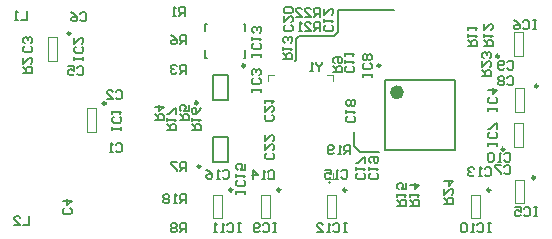
<source format=gbo>
%FSLAX44Y44*%
%MOMM*%
G71*
G01*
G75*
G04 Layer_Color=32896*
%ADD10R,0.6200X0.5700*%
%ADD11R,0.7620X0.7620*%
%ADD12R,2.7940X0.7366*%
%ADD13R,1.3000X0.4500*%
%ADD14R,0.3000X0.3000*%
%ADD15R,0.7620X0.7620*%
%ADD16R,0.5000X0.2000*%
%ADD17C,0.1500*%
%ADD18C,0.2540*%
%ADD19C,0.2000*%
%ADD20C,0.1524*%
%ADD21R,1.8000X1.8000*%
%ADD22C,1.8000*%
%ADD23R,1.8000X1.8000*%
%ADD24C,1.8000*%
%ADD25C,0.8000*%
%ADD26O,1.8000X1.1500*%
%ADD27O,2.0000X1.4500*%
%ADD28C,0.6100*%
%ADD29C,0.6000*%
%ADD30C,3.3000*%
%ADD31R,0.5700X0.6200*%
%ADD32R,1.4000X2.2000*%
%ADD33R,0.9700X0.9600*%
%ADD34R,0.8500X0.3500*%
%ADD35O,1.7500X0.3500*%
%ADD36O,0.3500X1.7500*%
%ADD37R,1.2500X0.3000*%
%ADD38O,0.3000X0.8000*%
%ADD39O,0.8000X0.3000*%
%ADD40R,1.5000X1.0000*%
%ADD41R,0.5500X0.6000*%
%ADD42R,0.9500X0.9500*%
%ADD43R,0.6000X0.5500*%
%ADD44R,0.9500X0.9500*%
%ADD45C,0.2032*%
%ADD46C,0.4000*%
%ADD47C,0.2286*%
%ADD48C,0.1778*%
%ADD49R,0.8232X0.7732*%
%ADD50R,0.9652X0.9652*%
%ADD51R,2.8956X0.8382*%
%ADD52R,1.5032X0.6532*%
%ADD53R,0.5032X0.5032*%
%ADD54R,0.9652X0.9652*%
%ADD55R,0.7032X0.4032*%
%ADD56R,2.0032X2.0032*%
%ADD57C,2.0032*%
%ADD58R,2.0032X2.0032*%
%ADD59C,2.0032*%
%ADD60C,0.2032*%
%ADD61C,1.0032*%
%ADD62O,2.0032X1.3532*%
%ADD63O,2.2032X1.6532*%
%ADD64C,0.0100*%
%ADD65R,0.7732X0.8232*%
%ADD66R,1.6032X2.4032*%
%ADD67R,1.1732X1.1632*%
%ADD68R,1.0532X0.5532*%
%ADD69O,1.9532X0.5532*%
%ADD70O,0.5532X1.9532*%
%ADD71R,1.4532X0.5032*%
%ADD72O,0.5032X1.0032*%
%ADD73O,1.0032X0.5032*%
%ADD74R,1.7032X1.2032*%
%ADD75R,0.7532X0.8032*%
%ADD76R,1.1532X1.1532*%
%ADD77R,0.8032X0.7532*%
%ADD78R,1.1532X1.1532*%
%ADD79C,3.5032*%
%ADD80C,0.1000*%
%ADD81C,0.2500*%
%ADD82C,0.6000*%
D19*
X1679250Y1160000D02*
Y1219000D01*
X1620250Y1160000D02*
Y1219000D01*
Y1160000D02*
X1679250D01*
X1620250Y1219000D02*
X1679250D01*
X1474650Y1223250D02*
X1487350D01*
X1474650Y1202250D02*
X1487350D01*
Y1223250D01*
X1474650Y1202250D02*
Y1223250D01*
Y1170750D02*
X1487350D01*
X1474650Y1149750D02*
X1487350D01*
Y1170750D01*
X1474650Y1149750D02*
Y1170750D01*
X1500500Y1238000D02*
X1502000D01*
Y1244500D01*
Y1260500D02*
Y1267000D01*
X1500500D02*
X1502000D01*
X1468000D02*
X1469500D01*
X1468000Y1260500D02*
Y1267000D01*
Y1238000D02*
X1469500D01*
X1468000D02*
Y1244500D01*
D48*
X1580250Y1259750D02*
Y1278750D01*
X1577000Y1256500D02*
X1580250Y1259750D01*
X1547750Y1256500D02*
X1577000D01*
X1547750Y1256500D02*
Y1256500D01*
X1547500D02*
X1547750D01*
X1545125Y1254125D02*
X1547500Y1256500D01*
X1580250Y1278750D02*
X1620000D01*
X1628000D01*
X1545125Y1236701D02*
Y1254125D01*
X1543645Y1235222D02*
X1545125Y1236701D01*
X1599178Y1158072D02*
X1614896D01*
X1593750Y1163500D02*
X1599178Y1158072D01*
X1593750Y1163500D02*
Y1175250D01*
X1670500Y1114750D02*
X1678118D01*
Y1118559D01*
X1676848Y1119828D01*
X1674309D01*
X1673039Y1118559D01*
Y1114750D01*
Y1117289D02*
X1670500Y1119828D01*
Y1127446D02*
Y1122367D01*
X1675578Y1127446D01*
X1676848D01*
X1678118Y1126176D01*
Y1123637D01*
X1676848Y1122367D01*
X1670500Y1133794D02*
X1678118D01*
X1674309Y1129985D01*
Y1135063D01*
X1702500Y1222750D02*
X1710117D01*
Y1226559D01*
X1708848Y1227828D01*
X1706309D01*
X1705039Y1226559D01*
Y1222750D01*
Y1225289D02*
X1702500Y1227828D01*
Y1235446D02*
Y1230368D01*
X1707578Y1235446D01*
X1708848D01*
X1710117Y1234176D01*
Y1231637D01*
X1708848Y1230368D01*
Y1237985D02*
X1710117Y1239255D01*
Y1241794D01*
X1708848Y1243063D01*
X1707578D01*
X1706309Y1241794D01*
Y1240524D01*
Y1241794D01*
X1705039Y1243063D01*
X1703770D01*
X1702500Y1241794D01*
Y1239255D01*
X1703770Y1237985D01*
X1590750Y1156500D02*
Y1164118D01*
X1586941D01*
X1585672Y1162848D01*
Y1160309D01*
X1586941Y1159039D01*
X1590750D01*
X1588211D02*
X1585672Y1156500D01*
X1583132D02*
X1580593D01*
X1581863D01*
Y1164118D01*
X1583132Y1162848D01*
X1576785Y1157770D02*
X1575515Y1156500D01*
X1572976D01*
X1571706Y1157770D01*
Y1162848D01*
X1572976Y1164118D01*
X1575515D01*
X1576785Y1162848D01*
Y1161578D01*
X1575515Y1160309D01*
X1571706D01*
X1525098Y1157328D02*
X1526367Y1156059D01*
Y1153520D01*
X1525098Y1152250D01*
X1520020D01*
X1518750Y1153520D01*
Y1156059D01*
X1520020Y1157328D01*
X1518750Y1164946D02*
Y1159867D01*
X1523828Y1164946D01*
X1525098D01*
X1526367Y1163676D01*
Y1161137D01*
X1525098Y1159867D01*
X1518750Y1172563D02*
Y1167485D01*
X1523828Y1172563D01*
X1525098D01*
X1526367Y1171294D01*
Y1168755D01*
X1525098Y1167485D01*
X1524848Y1190078D02*
X1526118Y1188809D01*
Y1186270D01*
X1524848Y1185000D01*
X1519770D01*
X1518500Y1186270D01*
Y1188809D01*
X1519770Y1190078D01*
X1518500Y1197696D02*
Y1192617D01*
X1523578Y1197696D01*
X1524848D01*
X1526118Y1196426D01*
Y1193887D01*
X1524848Y1192617D01*
X1518500Y1200235D02*
Y1202774D01*
Y1201505D01*
X1526118D01*
X1524848Y1200235D01*
X1715117Y1193250D02*
Y1195789D01*
Y1194520D01*
X1707500D01*
Y1193250D01*
Y1195789D01*
X1713848Y1204676D02*
X1715117Y1203407D01*
Y1200867D01*
X1713848Y1199598D01*
X1708770D01*
X1707500Y1200867D01*
Y1203407D01*
X1708770Y1204676D01*
X1707500Y1211024D02*
X1715117D01*
X1711309Y1207215D01*
Y1212294D01*
X1540848Y1265578D02*
X1542117Y1264309D01*
Y1261770D01*
X1540848Y1260500D01*
X1535770D01*
X1534500Y1261770D01*
Y1264309D01*
X1535770Y1265578D01*
X1534500Y1273196D02*
Y1268118D01*
X1539578Y1273196D01*
X1540848D01*
X1542117Y1271926D01*
Y1269387D01*
X1540848Y1268118D01*
Y1275735D02*
X1542117Y1277005D01*
Y1279544D01*
X1540848Y1280813D01*
X1535770D01*
X1534500Y1279544D01*
Y1277005D01*
X1535770Y1275735D01*
X1540848D01*
X1613098Y1140328D02*
X1614368Y1139059D01*
Y1136520D01*
X1613098Y1135250D01*
X1608020D01*
X1606750Y1136520D01*
Y1139059D01*
X1608020Y1140328D01*
X1606750Y1142868D02*
Y1145407D01*
Y1144137D01*
X1614368D01*
X1613098Y1142868D01*
X1608020Y1149215D02*
X1606750Y1150485D01*
Y1153024D01*
X1608020Y1154294D01*
X1613098D01*
X1614368Y1153024D01*
Y1150485D01*
X1613098Y1149215D01*
X1611828D01*
X1610559Y1150485D01*
Y1154294D01*
X1593598Y1188578D02*
X1594868Y1187309D01*
Y1184770D01*
X1593598Y1183500D01*
X1588520D01*
X1587250Y1184770D01*
Y1187309D01*
X1588520Y1188578D01*
X1587250Y1191117D02*
Y1193657D01*
Y1192387D01*
X1594868D01*
X1593598Y1191117D01*
Y1197466D02*
X1594868Y1198735D01*
Y1201274D01*
X1593598Y1202544D01*
X1592328D01*
X1591059Y1201274D01*
X1589789Y1202544D01*
X1588520D01*
X1587250Y1201274D01*
Y1198735D01*
X1588520Y1197466D01*
X1589789D01*
X1591059Y1198735D01*
X1592328Y1197466D01*
X1593598D01*
X1591059Y1198735D02*
Y1201274D01*
X1602098Y1140328D02*
X1603367Y1139059D01*
Y1136520D01*
X1602098Y1135250D01*
X1597020D01*
X1595750Y1136520D01*
Y1139059D01*
X1597020Y1140328D01*
X1595750Y1142868D02*
Y1145407D01*
Y1144137D01*
X1603367D01*
X1602098Y1142868D01*
X1603367Y1149215D02*
Y1154294D01*
X1602098D01*
X1597020Y1149215D01*
X1595750D01*
X1721172Y1145848D02*
X1722442Y1147117D01*
X1724981D01*
X1726250Y1145848D01*
Y1140770D01*
X1724981Y1139500D01*
X1722442D01*
X1721172Y1140770D01*
X1718633Y1147117D02*
X1713554D01*
Y1145848D01*
X1718633Y1140770D01*
Y1139500D01*
X1362422Y1275598D02*
X1363691Y1276868D01*
X1366230D01*
X1367500Y1275598D01*
Y1270520D01*
X1366230Y1269250D01*
X1363691D01*
X1362422Y1270520D01*
X1354804Y1276868D02*
X1357343Y1275598D01*
X1359883Y1273059D01*
Y1270520D01*
X1358613Y1269250D01*
X1356074D01*
X1354804Y1270520D01*
Y1271789D01*
X1356074Y1273059D01*
X1359883D01*
X1567250Y1234368D02*
Y1233098D01*
X1564711Y1230559D01*
X1562172Y1233098D01*
Y1234368D01*
X1564711Y1230559D02*
Y1226750D01*
X1559633D02*
X1557093D01*
X1558363D01*
Y1234368D01*
X1559633Y1233098D01*
X1630500Y1112750D02*
X1638118D01*
Y1116559D01*
X1636848Y1117828D01*
X1634309D01*
X1633039Y1116559D01*
Y1112750D01*
Y1115289D02*
X1630500Y1117828D01*
Y1120368D02*
Y1122907D01*
Y1121637D01*
X1638118D01*
X1636848Y1120368D01*
X1638118Y1131794D02*
Y1126715D01*
X1634309D01*
X1635578Y1129255D01*
Y1130524D01*
X1634309Y1131794D01*
X1631770D01*
X1630500Y1130524D01*
Y1127985D01*
X1631770Y1126715D01*
X1641500Y1112750D02*
X1649117D01*
Y1116559D01*
X1647848Y1117828D01*
X1645309D01*
X1644039Y1116559D01*
Y1112750D01*
Y1115289D02*
X1641500Y1117828D01*
Y1120368D02*
Y1122907D01*
Y1121637D01*
X1649117D01*
X1647848Y1120368D01*
X1641500Y1130524D02*
X1649117D01*
X1645309Y1126715D01*
Y1131794D01*
X1534250Y1237000D02*
X1541868D01*
Y1240809D01*
X1540598Y1242078D01*
X1538059D01*
X1536789Y1240809D01*
Y1237000D01*
Y1239539D02*
X1534250Y1242078D01*
Y1244617D02*
Y1247157D01*
Y1245887D01*
X1541868D01*
X1540598Y1244617D01*
Y1250965D02*
X1541868Y1252235D01*
Y1254774D01*
X1540598Y1256044D01*
X1539328D01*
X1538059Y1254774D01*
Y1253505D01*
Y1254774D01*
X1536789Y1256044D01*
X1535520D01*
X1534250Y1254774D01*
Y1252235D01*
X1535520Y1250965D01*
X1704000Y1248000D02*
X1711617D01*
Y1251809D01*
X1710348Y1253078D01*
X1707809D01*
X1706539Y1251809D01*
Y1248000D01*
Y1250539D02*
X1704000Y1253078D01*
Y1255618D02*
Y1258157D01*
Y1256887D01*
X1711617D01*
X1710348Y1255618D01*
X1704000Y1267044D02*
Y1261965D01*
X1709078Y1267044D01*
X1710348D01*
X1711617Y1265774D01*
Y1263235D01*
X1710348Y1261965D01*
X1690750Y1248000D02*
X1698367D01*
Y1251809D01*
X1697098Y1253078D01*
X1694559D01*
X1693289Y1251809D01*
Y1248000D01*
Y1250539D02*
X1690750Y1253078D01*
Y1255618D02*
Y1258157D01*
Y1256887D01*
X1698367D01*
X1697098Y1255618D01*
X1690750Y1261965D02*
Y1264505D01*
Y1263235D01*
X1698367D01*
X1697098Y1261965D01*
X1576500Y1226000D02*
X1584117D01*
Y1229809D01*
X1582848Y1231078D01*
X1580309D01*
X1579039Y1229809D01*
Y1226000D01*
Y1228539D02*
X1576500Y1231078D01*
X1577770Y1233617D02*
X1576500Y1234887D01*
Y1237426D01*
X1577770Y1238696D01*
X1582848D01*
X1584117Y1237426D01*
Y1234887D01*
X1582848Y1233617D01*
X1581578D01*
X1580309Y1234887D01*
Y1238696D01*
X1313750Y1225500D02*
X1321367D01*
Y1229309D01*
X1320098Y1230578D01*
X1317559D01*
X1316289Y1229309D01*
Y1225500D01*
Y1228039D02*
X1313750Y1230578D01*
Y1238196D02*
Y1233118D01*
X1318828Y1238196D01*
X1320098D01*
X1321367Y1236926D01*
Y1234387D01*
X1320098Y1233118D01*
X1319000Y1103867D02*
Y1096250D01*
X1313922D01*
X1306304D02*
X1311382D01*
X1306304Y1101328D01*
Y1102598D01*
X1307574Y1103867D01*
X1310113D01*
X1311382Y1102598D01*
X1316750Y1278118D02*
Y1270500D01*
X1311672D01*
X1309133D02*
X1306593D01*
X1307863D01*
Y1278118D01*
X1309133Y1276848D01*
X1587750Y1098118D02*
X1585211D01*
X1586480D01*
Y1090500D01*
X1587750D01*
X1585211D01*
X1576324Y1096848D02*
X1577593Y1098118D01*
X1580132D01*
X1581402Y1096848D01*
Y1091770D01*
X1580132Y1090500D01*
X1577593D01*
X1576324Y1091770D01*
X1573784Y1090500D02*
X1571245D01*
X1572515D01*
Y1098118D01*
X1573784Y1096848D01*
X1562358Y1090500D02*
X1567437D01*
X1562358Y1095578D01*
Y1096848D01*
X1563628Y1098118D01*
X1566167D01*
X1567437Y1096848D01*
X1498000Y1098118D02*
X1495461D01*
X1496730D01*
Y1090500D01*
X1498000D01*
X1495461D01*
X1486574Y1096848D02*
X1487843Y1098118D01*
X1490383D01*
X1491652Y1096848D01*
Y1091770D01*
X1490383Y1090500D01*
X1487843D01*
X1486574Y1091770D01*
X1484034Y1090500D02*
X1481495D01*
X1482765D01*
Y1098118D01*
X1484034Y1096848D01*
X1477687Y1090500D02*
X1475147D01*
X1476417D01*
Y1098118D01*
X1477687Y1096848D01*
X1709750Y1098118D02*
X1707211D01*
X1708480D01*
Y1090500D01*
X1709750D01*
X1707211D01*
X1698324Y1096848D02*
X1699593Y1098118D01*
X1702133D01*
X1703402Y1096848D01*
Y1091770D01*
X1702133Y1090500D01*
X1699593D01*
X1698324Y1091770D01*
X1695784Y1090500D02*
X1693245D01*
X1694515D01*
Y1098118D01*
X1695784Y1096848D01*
X1689437D02*
X1688167Y1098118D01*
X1685628D01*
X1684358Y1096848D01*
Y1091770D01*
X1685628Y1090500D01*
X1688167D01*
X1689437Y1091770D01*
Y1096848D01*
X1528250Y1098118D02*
X1525711D01*
X1526980D01*
Y1090500D01*
X1528250D01*
X1525711D01*
X1516824Y1096848D02*
X1518093Y1098118D01*
X1520632D01*
X1521902Y1096848D01*
Y1091770D01*
X1520632Y1090500D01*
X1518093D01*
X1516824Y1091770D01*
X1514285D02*
X1513015Y1090500D01*
X1510476D01*
X1509206Y1091770D01*
Y1096848D01*
X1510476Y1098118D01*
X1513015D01*
X1514285Y1096848D01*
Y1095578D01*
X1513015Y1094309D01*
X1509206D01*
X1608867Y1222250D02*
Y1224789D01*
Y1223520D01*
X1601250D01*
Y1222250D01*
Y1224789D01*
X1607598Y1233676D02*
X1608867Y1232407D01*
Y1229867D01*
X1607598Y1228598D01*
X1602520D01*
X1601250Y1229867D01*
Y1232407D01*
X1602520Y1233676D01*
X1607598Y1236216D02*
X1608867Y1237485D01*
Y1240024D01*
X1607598Y1241294D01*
X1606328D01*
X1605059Y1240024D01*
X1603789Y1241294D01*
X1602520D01*
X1601250Y1240024D01*
Y1237485D01*
X1602520Y1236216D01*
X1603789D01*
X1605059Y1237485D01*
X1606328Y1236216D01*
X1607598D01*
X1605059Y1237485D02*
Y1240024D01*
X1715117Y1163750D02*
Y1166289D01*
Y1165020D01*
X1707500D01*
Y1163750D01*
Y1166289D01*
X1713848Y1175176D02*
X1715117Y1173907D01*
Y1171367D01*
X1713848Y1170098D01*
X1708770D01*
X1707500Y1171367D01*
Y1173907D01*
X1708770Y1175176D01*
X1715117Y1177716D02*
Y1182794D01*
X1713848D01*
X1708770Y1177716D01*
X1707500D01*
X1748250Y1270117D02*
X1745711D01*
X1746980D01*
Y1262500D01*
X1748250D01*
X1745711D01*
X1736824Y1268848D02*
X1738093Y1270117D01*
X1740632D01*
X1741902Y1268848D01*
Y1263770D01*
X1740632Y1262500D01*
X1738093D01*
X1736824Y1263770D01*
X1729206Y1270117D02*
X1731745Y1268848D01*
X1734285Y1266309D01*
Y1263770D01*
X1733015Y1262500D01*
X1730476D01*
X1729206Y1263770D01*
Y1265039D01*
X1730476Y1266309D01*
X1734285D01*
X1749000Y1111868D02*
X1746461D01*
X1747730D01*
Y1104250D01*
X1749000D01*
X1746461D01*
X1737574Y1110598D02*
X1738843Y1111868D01*
X1741382D01*
X1742652Y1110598D01*
Y1105520D01*
X1741382Y1104250D01*
X1738843D01*
X1737574Y1105520D01*
X1729956Y1111868D02*
X1735034D01*
Y1108059D01*
X1732495Y1109328D01*
X1731226D01*
X1729956Y1108059D01*
Y1105520D01*
X1731226Y1104250D01*
X1733765D01*
X1735034Y1105520D01*
X1515117Y1209410D02*
Y1211949D01*
Y1210680D01*
X1507500D01*
Y1209410D01*
Y1211949D01*
X1513848Y1220836D02*
X1515117Y1219567D01*
Y1217028D01*
X1513848Y1215758D01*
X1508770D01*
X1507500Y1217028D01*
Y1219567D01*
X1508770Y1220836D01*
X1513848Y1223375D02*
X1515117Y1224645D01*
Y1227184D01*
X1513848Y1228454D01*
X1512578D01*
X1511309Y1227184D01*
Y1225915D01*
Y1227184D01*
X1510039Y1228454D01*
X1508770D01*
X1507500Y1227184D01*
Y1224645D01*
X1508770Y1223375D01*
X1364617Y1236250D02*
Y1238789D01*
Y1237520D01*
X1357000D01*
Y1236250D01*
Y1238789D01*
X1363348Y1247676D02*
X1364617Y1246407D01*
Y1243867D01*
X1363348Y1242598D01*
X1358270D01*
X1357000Y1243867D01*
Y1246407D01*
X1358270Y1247676D01*
X1357000Y1255294D02*
Y1250216D01*
X1362078Y1255294D01*
X1363348D01*
X1364617Y1254024D01*
Y1251485D01*
X1363348Y1250216D01*
X1397117Y1177000D02*
Y1179539D01*
Y1178270D01*
X1389500D01*
Y1177000D01*
Y1179539D01*
X1395848Y1188426D02*
X1397117Y1187157D01*
Y1184617D01*
X1395848Y1183348D01*
X1390770D01*
X1389500Y1184617D01*
Y1187157D01*
X1390770Y1188426D01*
X1389500Y1190965D02*
Y1193505D01*
Y1192235D01*
X1397117D01*
X1395848Y1190965D01*
X1593098Y1231078D02*
X1594368Y1229809D01*
Y1227270D01*
X1593098Y1226000D01*
X1588020D01*
X1586750Y1227270D01*
Y1229809D01*
X1588020Y1231078D01*
X1586750Y1233617D02*
Y1236157D01*
Y1234887D01*
X1594368D01*
X1593098Y1233617D01*
X1586750Y1239966D02*
Y1242505D01*
Y1241235D01*
X1594368D01*
X1593098Y1239966D01*
X1359672Y1229598D02*
X1360941Y1230867D01*
X1363480D01*
X1364750Y1229598D01*
Y1224520D01*
X1363480Y1223250D01*
X1360941D01*
X1359672Y1224520D01*
X1352054Y1230867D02*
X1357133D01*
Y1227059D01*
X1354593Y1228328D01*
X1353324D01*
X1352054Y1227059D01*
Y1224520D01*
X1353324Y1223250D01*
X1355863D01*
X1357133Y1224520D01*
X1353598Y1110828D02*
X1354868Y1109559D01*
Y1107020D01*
X1353598Y1105750D01*
X1348520D01*
X1347250Y1107020D01*
Y1109559D01*
X1348520Y1110828D01*
X1347250Y1117176D02*
X1354868D01*
X1351059Y1113367D01*
Y1118446D01*
X1320098Y1248078D02*
X1321367Y1246809D01*
Y1244270D01*
X1320098Y1243000D01*
X1315020D01*
X1313750Y1244270D01*
Y1246809D01*
X1315020Y1248078D01*
X1320098Y1250618D02*
X1321367Y1251887D01*
Y1254426D01*
X1320098Y1255696D01*
X1318828D01*
X1317559Y1254426D01*
Y1253157D01*
Y1254426D01*
X1316289Y1255696D01*
X1315020D01*
X1313750Y1254426D01*
Y1251887D01*
X1315020Y1250618D01*
X1392172Y1209348D02*
X1393441Y1210618D01*
X1395980D01*
X1397250Y1209348D01*
Y1204270D01*
X1395980Y1203000D01*
X1393441D01*
X1392172Y1204270D01*
X1384554Y1203000D02*
X1389633D01*
X1384554Y1208078D01*
Y1209348D01*
X1385824Y1210618D01*
X1388363D01*
X1389633Y1209348D01*
X1392172Y1164598D02*
X1393441Y1165867D01*
X1395980D01*
X1397250Y1164598D01*
Y1159520D01*
X1395980Y1158250D01*
X1393441D01*
X1392172Y1159520D01*
X1389633Y1158250D02*
X1387093D01*
X1388363D01*
Y1165867D01*
X1389633Y1164598D01*
X1502117Y1123000D02*
Y1125539D01*
Y1124270D01*
X1494500D01*
Y1123000D01*
Y1125539D01*
X1500848Y1134426D02*
X1502117Y1133157D01*
Y1130618D01*
X1500848Y1129348D01*
X1495770D01*
X1494500Y1130618D01*
Y1133157D01*
X1495770Y1134426D01*
X1494500Y1136965D02*
Y1139505D01*
Y1138235D01*
X1502117D01*
X1500848Y1136965D01*
X1502117Y1148392D02*
Y1143313D01*
X1498309D01*
X1499578Y1145853D01*
Y1147122D01*
X1498309Y1148392D01*
X1495770D01*
X1494500Y1147122D01*
Y1144583D01*
X1495770Y1143313D01*
X1450500Y1274000D02*
Y1281617D01*
X1446691D01*
X1445422Y1280348D01*
Y1277809D01*
X1446691Y1276539D01*
X1450500D01*
X1447961D02*
X1445422Y1274000D01*
X1442883D02*
X1440343D01*
X1441613D01*
Y1281617D01*
X1442883Y1280348D01*
X1451500Y1224500D02*
Y1232117D01*
X1447691D01*
X1446422Y1230848D01*
Y1228309D01*
X1447691Y1227039D01*
X1451500D01*
X1448961D02*
X1446422Y1224500D01*
X1443882Y1230848D02*
X1442613Y1232117D01*
X1440074D01*
X1438804Y1230848D01*
Y1229578D01*
X1440074Y1228309D01*
X1441343D01*
X1440074D01*
X1438804Y1227039D01*
Y1225770D01*
X1440074Y1224500D01*
X1442613D01*
X1443882Y1225770D01*
X1425500Y1185250D02*
X1433118D01*
Y1189059D01*
X1431848Y1190328D01*
X1429309D01*
X1428039Y1189059D01*
Y1185250D01*
Y1187789D02*
X1425500Y1190328D01*
Y1196676D02*
X1433118D01*
X1429309Y1192868D01*
Y1197946D01*
X1446250Y1185250D02*
X1453867D01*
Y1189059D01*
X1452598Y1190328D01*
X1450059D01*
X1448789Y1189059D01*
Y1185250D01*
Y1187789D02*
X1446250Y1190328D01*
X1453867Y1197946D02*
Y1192868D01*
X1450059D01*
X1451328Y1195407D01*
Y1196676D01*
X1450059Y1197946D01*
X1447520D01*
X1446250Y1196676D01*
Y1194137D01*
X1447520Y1192868D01*
X1451500Y1249500D02*
Y1257117D01*
X1447691D01*
X1446422Y1255848D01*
Y1253309D01*
X1447691Y1252039D01*
X1451500D01*
X1448961D02*
X1446422Y1249500D01*
X1438804Y1257117D02*
X1441343Y1255848D01*
X1443882Y1253309D01*
Y1250770D01*
X1442613Y1249500D01*
X1440074D01*
X1438804Y1250770D01*
Y1252039D01*
X1440074Y1253309D01*
X1443882D01*
X1451500Y1142250D02*
Y1149867D01*
X1447691D01*
X1446422Y1148598D01*
Y1146059D01*
X1447691Y1144789D01*
X1451500D01*
X1448961D02*
X1446422Y1142250D01*
X1443882Y1149867D02*
X1438804D01*
Y1148598D01*
X1443882Y1143520D01*
Y1142250D01*
X1451500Y1090500D02*
Y1098118D01*
X1447691D01*
X1446422Y1096848D01*
Y1094309D01*
X1447691Y1093039D01*
X1451500D01*
X1448961D02*
X1446422Y1090500D01*
X1443882Y1096848D02*
X1442613Y1098118D01*
X1440074D01*
X1438804Y1096848D01*
Y1095578D01*
X1440074Y1094309D01*
X1438804Y1093039D01*
Y1091770D01*
X1440074Y1090500D01*
X1442613D01*
X1443882Y1091770D01*
Y1093039D01*
X1442613Y1094309D01*
X1443882Y1095578D01*
Y1096848D01*
X1442613Y1094309D02*
X1440074D01*
X1456500Y1177000D02*
X1464117D01*
Y1180809D01*
X1462848Y1182078D01*
X1460309D01*
X1459039Y1180809D01*
Y1177000D01*
Y1179539D02*
X1456500Y1182078D01*
Y1184617D02*
Y1187157D01*
Y1185887D01*
X1464117D01*
X1462848Y1184617D01*
X1464117Y1196044D02*
X1462848Y1193505D01*
X1460309Y1190965D01*
X1457770D01*
X1456500Y1192235D01*
Y1194774D01*
X1457770Y1196044D01*
X1459039D01*
X1460309Y1194774D01*
Y1190965D01*
X1436000Y1177000D02*
X1443618D01*
Y1180809D01*
X1442348Y1182078D01*
X1439809D01*
X1438539Y1180809D01*
Y1177000D01*
Y1179539D02*
X1436000Y1182078D01*
Y1184617D02*
Y1187157D01*
Y1185887D01*
X1443618D01*
X1442348Y1184617D01*
X1443618Y1190965D02*
Y1196044D01*
X1442348D01*
X1437270Y1190965D01*
X1436000D01*
X1451500Y1115250D02*
Y1122868D01*
X1447691D01*
X1446422Y1121598D01*
Y1119059D01*
X1447691Y1117789D01*
X1451500D01*
X1448961D02*
X1446422Y1115250D01*
X1443882D02*
X1441343D01*
X1442613D01*
Y1122868D01*
X1443882Y1121598D01*
X1437534D02*
X1436265Y1122868D01*
X1433726D01*
X1432456Y1121598D01*
Y1120328D01*
X1433726Y1119059D01*
X1432456Y1117789D01*
Y1116520D01*
X1433726Y1115250D01*
X1436265D01*
X1437534Y1116520D01*
Y1117789D01*
X1436265Y1119059D01*
X1437534Y1120328D01*
Y1121598D01*
X1436265Y1119059D02*
X1433726D01*
X1515618Y1239000D02*
Y1241539D01*
Y1240270D01*
X1508000D01*
Y1239000D01*
Y1241539D01*
X1514348Y1250426D02*
X1515618Y1249157D01*
Y1246618D01*
X1514348Y1245348D01*
X1509270D01*
X1508000Y1246618D01*
Y1249157D01*
X1509270Y1250426D01*
X1508000Y1252965D02*
Y1255505D01*
Y1254235D01*
X1515618D01*
X1514348Y1252965D01*
Y1259313D02*
X1515618Y1260583D01*
Y1263122D01*
X1514348Y1264392D01*
X1513078D01*
X1511809Y1263122D01*
Y1261853D01*
Y1263122D01*
X1510539Y1264392D01*
X1509270D01*
X1508000Y1263122D01*
Y1260583D01*
X1509270Y1259313D01*
X1521422Y1141598D02*
X1522691Y1142868D01*
X1525230D01*
X1526500Y1141598D01*
Y1136520D01*
X1525230Y1135250D01*
X1522691D01*
X1521422Y1136520D01*
X1518882Y1135250D02*
X1516343D01*
X1517613D01*
Y1142868D01*
X1518882Y1141598D01*
X1508726Y1135250D02*
Y1142868D01*
X1512534Y1139059D01*
X1507456D01*
X1482922Y1142348D02*
X1484191Y1143617D01*
X1486730D01*
X1488000Y1142348D01*
Y1137270D01*
X1486730Y1136000D01*
X1484191D01*
X1482922Y1137270D01*
X1480383Y1136000D02*
X1477843D01*
X1479113D01*
Y1143617D01*
X1480383Y1142348D01*
X1468956Y1143617D02*
X1471495Y1142348D01*
X1474034Y1139809D01*
Y1137270D01*
X1472765Y1136000D01*
X1470226D01*
X1468956Y1137270D01*
Y1138539D01*
X1470226Y1139809D01*
X1474034D01*
X1723922Y1221348D02*
X1725191Y1222617D01*
X1727730D01*
X1729000Y1221348D01*
Y1216270D01*
X1727730Y1215000D01*
X1725191D01*
X1723922Y1216270D01*
X1721382Y1221348D02*
X1720113Y1222617D01*
X1717574D01*
X1716304Y1221348D01*
Y1220078D01*
X1717574Y1218809D01*
X1716304Y1217539D01*
Y1216270D01*
X1717574Y1215000D01*
X1720113D01*
X1721382Y1216270D01*
Y1217539D01*
X1720113Y1218809D01*
X1721382Y1220078D01*
Y1221348D01*
X1720113Y1218809D02*
X1717574D01*
X1723922Y1234348D02*
X1725191Y1235618D01*
X1727730D01*
X1729000Y1234348D01*
Y1229270D01*
X1727730Y1228000D01*
X1725191D01*
X1723922Y1229270D01*
X1721382D02*
X1720113Y1228000D01*
X1717574D01*
X1716304Y1229270D01*
Y1234348D01*
X1717574Y1235618D01*
X1720113D01*
X1721382Y1234348D01*
Y1233078D01*
X1720113Y1231809D01*
X1716304D01*
X1721172Y1156598D02*
X1722442Y1157868D01*
X1724981D01*
X1726250Y1156598D01*
Y1151520D01*
X1724981Y1150250D01*
X1722442D01*
X1721172Y1151520D01*
X1718633Y1150250D02*
X1716093D01*
X1717363D01*
Y1157868D01*
X1718633Y1156598D01*
X1712285D02*
X1711015Y1157868D01*
X1708476D01*
X1707206Y1156598D01*
Y1151520D01*
X1708476Y1150250D01*
X1711015D01*
X1712285Y1151520D01*
Y1156598D01*
X1704672Y1144348D02*
X1705941Y1145618D01*
X1708480D01*
X1709750Y1144348D01*
Y1139270D01*
X1708480Y1138000D01*
X1705941D01*
X1704672Y1139270D01*
X1702133Y1138000D02*
X1699593D01*
X1700863D01*
Y1145618D01*
X1702133Y1144348D01*
X1695784D02*
X1694515Y1145618D01*
X1691976D01*
X1690706Y1144348D01*
Y1143078D01*
X1691976Y1141809D01*
X1693245D01*
X1691976D01*
X1690706Y1140539D01*
Y1139270D01*
X1691976Y1138000D01*
X1694515D01*
X1695784Y1139270D01*
X1583172Y1142098D02*
X1584441Y1143367D01*
X1586980D01*
X1588250Y1142098D01*
Y1137020D01*
X1586980Y1135750D01*
X1584441D01*
X1583172Y1137020D01*
X1580632Y1135750D02*
X1578093D01*
X1579363D01*
Y1143367D01*
X1580632Y1142098D01*
X1569206Y1143367D02*
X1574285D01*
Y1139559D01*
X1571745Y1140828D01*
X1570476D01*
X1569206Y1139559D01*
Y1137020D01*
X1570476Y1135750D01*
X1573015D01*
X1574285Y1137020D01*
X1565000Y1260500D02*
Y1268118D01*
X1561191D01*
X1559922Y1266848D01*
Y1264309D01*
X1561191Y1263039D01*
X1565000D01*
X1562461D02*
X1559922Y1260500D01*
X1552304D02*
X1557383D01*
X1552304Y1265578D01*
Y1266848D01*
X1553574Y1268118D01*
X1556113D01*
X1557383Y1266848D01*
X1549765Y1260500D02*
X1547226D01*
X1548495D01*
Y1268118D01*
X1549765Y1266848D01*
X1565000Y1273000D02*
Y1280618D01*
X1561191D01*
X1559922Y1279348D01*
Y1276809D01*
X1561191Y1275539D01*
X1565000D01*
X1562461D02*
X1559922Y1273000D01*
X1552304D02*
X1557383D01*
X1552304Y1278078D01*
Y1279348D01*
X1553574Y1280618D01*
X1556113D01*
X1557383Y1279348D01*
X1544687Y1273000D02*
X1549765D01*
X1544687Y1278078D01*
Y1279348D01*
X1545956Y1280618D01*
X1548495D01*
X1549765Y1279348D01*
X1575348Y1265578D02*
X1576617Y1264309D01*
Y1261770D01*
X1575348Y1260500D01*
X1570270D01*
X1569000Y1261770D01*
Y1264309D01*
X1570270Y1265578D01*
X1569000Y1268118D02*
Y1270657D01*
Y1269387D01*
X1576617D01*
X1575348Y1268118D01*
X1569000Y1279544D02*
Y1274465D01*
X1574078Y1279544D01*
X1575348D01*
X1576617Y1278274D01*
Y1275735D01*
X1575348Y1274465D01*
D80*
X1574000Y1132750D02*
G03*
X1574000Y1132750I-750J0D01*
G01*
X1521500Y1223750D02*
X1526500D01*
X1521500Y1218750D02*
Y1223750D01*
X1576250Y1218500D02*
Y1223500D01*
X1571250Y1223750D02*
X1576250D01*
X1521500Y1135500D02*
Y1140500D01*
Y1135500D02*
X1526500D01*
X1576250D02*
Y1140500D01*
X1571000Y1135500D02*
X1576000D01*
X1515618Y1122370D02*
X1523238D01*
X1515618Y1102370D02*
X1523238D01*
Y1122370D01*
X1515618Y1102370D02*
Y1122370D01*
X1729692Y1162747D02*
X1737312D01*
X1729692Y1182747D02*
X1737312D01*
X1729692Y1162747D02*
Y1182747D01*
X1737312Y1162747D02*
Y1182747D01*
X1729692Y1240030D02*
X1737312D01*
X1729692Y1260030D02*
X1737312D01*
X1729692Y1240030D02*
Y1260030D01*
X1737312Y1240030D02*
Y1260030D01*
X1730348Y1134930D02*
X1737968D01*
X1730348Y1114930D02*
X1737968D01*
Y1134930D01*
X1730348Y1114930D02*
Y1134930D01*
Y1212213D02*
X1737968D01*
X1730348Y1192213D02*
X1737968D01*
Y1212213D01*
X1730348Y1192213D02*
Y1212213D01*
X1334518Y1255500D02*
X1342138D01*
X1334518Y1235500D02*
X1342138D01*
Y1255500D01*
X1334518Y1235500D02*
Y1255500D01*
X1571498Y1122230D02*
X1579118D01*
X1571498Y1102230D02*
X1579118D01*
Y1122230D01*
X1571498Y1102230D02*
Y1122230D01*
X1474978Y1122370D02*
X1482598D01*
X1474978Y1102370D02*
X1482598D01*
Y1122370D01*
X1474978Y1102370D02*
Y1122370D01*
X1693418Y1122230D02*
X1701038D01*
X1693418Y1102230D02*
X1701038D01*
Y1122230D01*
X1693418Y1102230D02*
Y1122230D01*
X1367768Y1195500D02*
X1375388D01*
X1367768Y1175500D02*
X1375388D01*
Y1195500D01*
X1367768Y1175500D02*
Y1195500D01*
D81*
X1531600Y1126370D02*
G03*
X1531600Y1126370I-1250J0D01*
G01*
X1616250Y1231750D02*
G03*
X1616250Y1231750I-1250J0D01*
G01*
X1721250Y1160750D02*
G03*
X1721250Y1160750I-1250J0D01*
G01*
X1716750Y1239500D02*
G03*
X1716750Y1239500I-1250J0D01*
G01*
X1747250Y1136750D02*
G03*
X1747250Y1136750I-1250J0D01*
G01*
X1749750Y1214250D02*
G03*
X1749750Y1214250I-1250J0D01*
G01*
X1461750Y1200000D02*
G03*
X1461750Y1200000I-1250J0D01*
G01*
X1354000Y1258750D02*
G03*
X1354000Y1258750I-1250J0D01*
G01*
X1464000Y1146250D02*
G03*
X1464000Y1146250I-1250J0D01*
G01*
X1501750Y1231500D02*
G03*
X1501750Y1231500I-1250J0D01*
G01*
X1587480Y1126230D02*
G03*
X1587480Y1126230I-1250J0D01*
G01*
X1490960Y1126370D02*
G03*
X1490960Y1126370I-1250J0D01*
G01*
X1709400Y1126230D02*
G03*
X1709400Y1126230I-1250J0D01*
G01*
X1383750Y1199500D02*
G03*
X1383750Y1199500I-1250J0D01*
G01*
D82*
X1633250Y1209000D02*
G03*
X1633250Y1209000I-3000J0D01*
G01*
M02*

</source>
